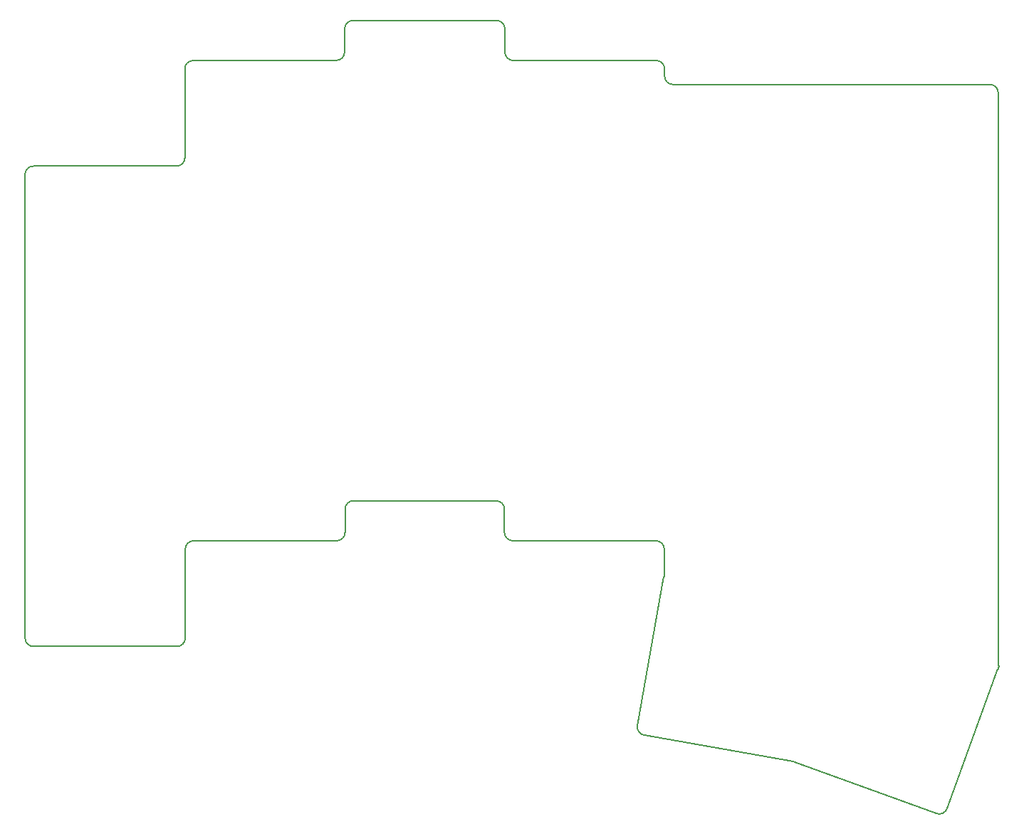
<source format=gbr>
%TF.GenerationSoftware,KiCad,Pcbnew,7.0.0*%
%TF.CreationDate,2023-02-26T13:34:35+00:00*%
%TF.ProjectId,olacc-34,6f6c6163-632d-4333-942e-6b696361645f,v1.0.0*%
%TF.SameCoordinates,Original*%
%TF.FileFunction,Profile,NP*%
%FSLAX46Y46*%
G04 Gerber Fmt 4.6, Leading zero omitted, Abs format (unit mm)*
G04 Created by KiCad (PCBNEW 7.0.0) date 2023-02-26 13:34:35*
%MOMM*%
%LPD*%
G01*
G04 APERTURE LIST*
%TA.AperFunction,Profile*%
%ADD10C,0.150000*%
%TD*%
G04 APERTURE END LIST*
D10*
X-8525000Y-9525000D02*
X8525000Y-9525000D01*
X9525000Y-8525000D02*
X9525000Y2048000D01*
X-9525000Y-8525000D02*
X-9525000Y46625000D01*
X8475000Y47625000D02*
X-8525000Y47625000D01*
X10525000Y3048000D02*
X27525000Y3048000D01*
X28525000Y4048000D02*
X28525000Y6810500D01*
X27475000Y60198000D02*
X10475000Y60198000D01*
X9475000Y59198000D02*
X9475000Y48625000D01*
X29525000Y7810500D02*
X46475000Y7810500D01*
X47525000Y61198000D02*
X47525000Y63960500D01*
X46525000Y64960500D02*
X29475000Y64960500D01*
X28475000Y63960500D02*
X28475000Y61198000D01*
X48475000Y3048000D02*
X65475000Y3048000D01*
X47475000Y6810500D02*
X47475000Y4048000D01*
X66525000Y58340500D02*
X66525000Y59198000D01*
X65525000Y60198000D02*
X48525000Y60198000D01*
X66475000Y-1167634D02*
X66475000Y2048000D01*
X67525000Y57340500D02*
X105194250Y57340500D01*
X64095515Y-20091943D02*
X81785136Y-23211101D01*
X66475000Y-1167634D02*
X66418705Y-1157707D01*
X66418705Y-1157707D02*
X63284355Y-18933487D01*
X81953508Y-23256216D02*
X98832747Y-29399756D01*
X100114459Y-28802084D02*
X106160036Y-12192000D01*
X106194250Y-12097997D02*
X106287923Y-11840632D01*
X106287923Y-11840632D02*
X106194250Y-11806538D01*
X106194250Y-11806538D02*
X106194250Y56340500D01*
X106160036Y-12192000D02*
X106194250Y-12192000D01*
X106194250Y-12192000D02*
X106194250Y-12097997D01*
X8525000Y-9525000D02*
G75*
G03*
X9525000Y-8525000I0J1000000D01*
G01*
X10525000Y3048000D02*
G75*
G03*
X9525000Y2048000I0J-1000000D01*
G01*
X27525000Y3048000D02*
G75*
G03*
X28525000Y4048000I0J1000000D01*
G01*
X29525000Y7810500D02*
G75*
G03*
X28525000Y6810500I0J-1000000D01*
G01*
X47475000Y6810500D02*
G75*
G03*
X46475000Y7810500I-1000000J0D01*
G01*
X47475000Y4048000D02*
G75*
G03*
X48475000Y3048000I1000000J0D01*
G01*
X66475000Y2048000D02*
G75*
G03*
X65475000Y3048000I-1000000J0D01*
G01*
X63284355Y-18933487D02*
G75*
G03*
X64095515Y-20091943I984808J-173648D01*
G01*
X81953508Y-23256216D02*
G75*
G03*
X81785136Y-23211101I-342020J-939692D01*
G01*
X98832747Y-29399756D02*
G75*
G03*
X100114459Y-28802084I342020J939692D01*
G01*
X106194250Y56340500D02*
G75*
G03*
X105194250Y57340500I-1000000J0D01*
G01*
X66525000Y58340500D02*
G75*
G03*
X67525000Y57340500I1000000J0D01*
G01*
X66525000Y59198000D02*
G75*
G03*
X65525000Y60198000I-1000000J0D01*
G01*
X47525000Y61198000D02*
G75*
G03*
X48525000Y60198000I1000000J0D01*
G01*
X47525000Y63960500D02*
G75*
G03*
X46525000Y64960500I-1000000J0D01*
G01*
X29475000Y64960500D02*
G75*
G03*
X28475000Y63960500I0J-1000000D01*
G01*
X27475000Y60198000D02*
G75*
G03*
X28475000Y61198000I0J1000000D01*
G01*
X10475000Y60198000D02*
G75*
G03*
X9475000Y59198000I0J-1000000D01*
G01*
X8475000Y47625000D02*
G75*
G03*
X9475000Y48625000I0J1000000D01*
G01*
X-8525000Y47625000D02*
G75*
G03*
X-9525000Y46625000I0J-1000000D01*
G01*
X-9525000Y-8525000D02*
G75*
G03*
X-8525000Y-9525000I1000000J0D01*
G01*
M02*

</source>
